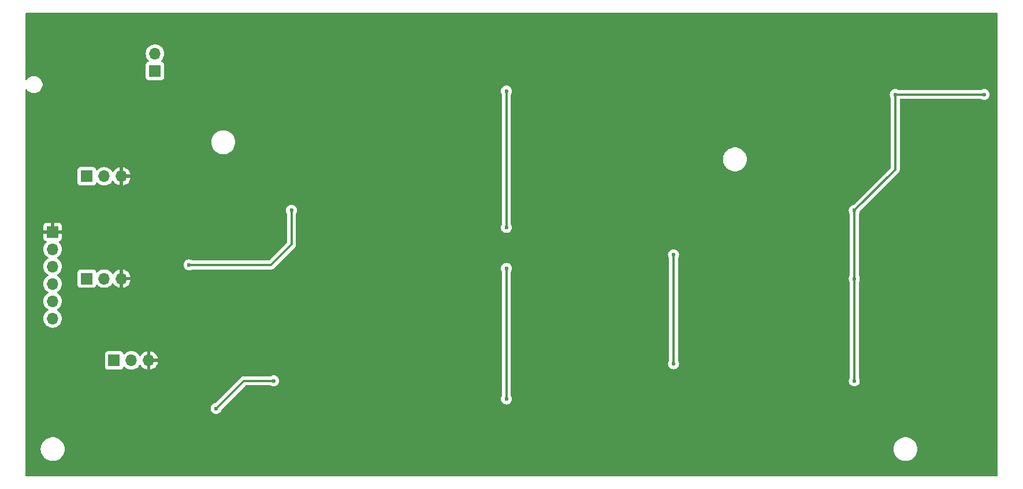
<source format=gbr>
%TF.GenerationSoftware,KiCad,Pcbnew,8.0.5*%
%TF.CreationDate,2024-10-10T20:21:21+02:00*%
%TF.ProjectId,Glasbaustein,476c6173-6261-4757-9374-65696e2e6b69,rev?*%
%TF.SameCoordinates,Original*%
%TF.FileFunction,Copper,L2,Bot*%
%TF.FilePolarity,Positive*%
%FSLAX46Y46*%
G04 Gerber Fmt 4.6, Leading zero omitted, Abs format (unit mm)*
G04 Created by KiCad (PCBNEW 8.0.5) date 2024-10-10 20:21:21*
%MOMM*%
%LPD*%
G01*
G04 APERTURE LIST*
%TA.AperFunction,ComponentPad*%
%ADD10O,1.700000X1.700000*%
%TD*%
%TA.AperFunction,ComponentPad*%
%ADD11R,1.700000X1.700000*%
%TD*%
%TA.AperFunction,ViaPad*%
%ADD12C,0.600000*%
%TD*%
%TA.AperFunction,Conductor*%
%ADD13C,0.300000*%
%TD*%
G04 APERTURE END LIST*
D10*
%TO.P,J6,2,Pin_2*%
%TO.N,Net-(J6-Pin_2)*%
X60000000Y-47000000D03*
D11*
%TO.P,J6,1,Pin_1*%
%TO.N,+12V*%
X60000000Y-49540000D03*
%TD*%
D10*
%TO.P,J2,6,Pin_6*%
%TO.N,PWM_WW1*%
X45000000Y-85850000D03*
%TO.P,J2,5,Pin_5*%
%TO.N,PWM_WW2*%
X45000000Y-83310000D03*
%TO.P,J2,4,Pin_4*%
%TO.N,PWM_RED1*%
X45000000Y-80770000D03*
%TO.P,J2,3,Pin_3*%
%TO.N,unconnected-(J2-Pin_3-Pad3)*%
X45000000Y-78230000D03*
%TO.P,J2,2,Pin_2*%
%TO.N,+12V*%
X45000000Y-75690000D03*
D11*
%TO.P,J2,1,Pin_1*%
%TO.N,GND*%
X45000000Y-73150000D03*
%TD*%
D10*
%TO.P,J5,3,Pin_3*%
%TO.N,GND*%
X55080000Y-80000000D03*
%TO.P,J5,2,Pin_2*%
%TO.N,Net-(D15-K)*%
X52540000Y-80000000D03*
D11*
%TO.P,J5,1,Pin_1*%
%TO.N,PWM_WW2*%
X50000000Y-80000000D03*
%TD*%
D10*
%TO.P,J4,3,Pin_3*%
%TO.N,GND*%
X59080000Y-92000000D03*
%TO.P,J4,2,Pin_2*%
%TO.N,Net-(D14-K)*%
X56540000Y-92000000D03*
D11*
%TO.P,J4,1,Pin_1*%
%TO.N,PWM_WW1*%
X54000000Y-92000000D03*
%TD*%
D10*
%TO.P,J3,3,Pin_3*%
%TO.N,GND*%
X55080000Y-65000000D03*
%TO.P,J3,2,Pin_2*%
%TO.N,Net-(D13-K)*%
X52540000Y-65000000D03*
D11*
%TO.P,J3,1,Pin_1*%
%TO.N,PWM_RED1*%
X50000000Y-65000000D03*
%TD*%
D12*
%TO.N,GND*%
X48056290Y-44088400D03*
X47056290Y-44088400D03*
X46056290Y-44088400D03*
X48056290Y-45088400D03*
X47056290Y-45088400D03*
X48056290Y-59000000D03*
X47056290Y-59000000D03*
X46056290Y-59000000D03*
X48056290Y-58000000D03*
X47056290Y-58000000D03*
%TO.N,Net-(D10-A)*%
X111500000Y-52500000D03*
X111500000Y-78500000D03*
X111500000Y-72500000D03*
X111500000Y-97650000D03*
%TO.N,+12V*%
X162500000Y-95000000D03*
X168500000Y-53000000D03*
X162500000Y-70000000D03*
X181525000Y-53000000D03*
X162500000Y-80000000D03*
%TO.N,GND*%
X46056290Y-45088400D03*
X46056290Y-58000000D03*
%TO.N,LED_WW2*%
X80000000Y-70000000D03*
X65000000Y-78000000D03*
%TO.N,LED_WW1*%
X68950001Y-99049999D03*
X77401450Y-95000000D03*
%TO.N,Net-(D16-A)*%
X136000000Y-92500000D03*
X136000000Y-76500000D03*
%TD*%
D13*
%TO.N,LED_WW1*%
X73000000Y-95000000D02*
X77401450Y-95000000D01*
X68950001Y-99049999D02*
X73000000Y-95000000D01*
%TO.N,Net-(D10-A)*%
X111500000Y-52500000D02*
X111500000Y-72500000D01*
X111500000Y-78500000D02*
X111500000Y-97650000D01*
%TO.N,+12V*%
X162500000Y-70000000D02*
X162500000Y-80000000D01*
X168500000Y-53000000D02*
X181525000Y-53000000D01*
X162500000Y-80000000D02*
X162500000Y-95000000D01*
X168500000Y-53000000D02*
X168500000Y-64000000D01*
X168500000Y-64000000D02*
X162500000Y-70000000D01*
%TO.N,LED_WW2*%
X65000000Y-78000000D02*
X77000000Y-78000000D01*
X77000000Y-78000000D02*
X80000000Y-75000000D01*
X80000000Y-71000000D02*
X80000000Y-70000000D01*
X80000000Y-75000000D02*
X80000000Y-71000000D01*
%TO.N,Net-(D16-A)*%
X136000000Y-92500000D02*
X136000000Y-76500000D01*
%TD*%
%TA.AperFunction,Conductor*%
%TO.N,GND*%
G36*
X183443039Y-41019685D02*
G01*
X183488794Y-41072489D01*
X183500000Y-41124000D01*
X183500000Y-108876000D01*
X183480315Y-108943039D01*
X183427511Y-108988794D01*
X183376000Y-109000000D01*
X41124000Y-109000000D01*
X41056961Y-108980315D01*
X41011206Y-108927511D01*
X41000000Y-108876000D01*
X41000000Y-104999995D01*
X43244592Y-104999995D01*
X43244592Y-105000004D01*
X43264196Y-105261620D01*
X43264197Y-105261625D01*
X43322576Y-105517402D01*
X43322578Y-105517411D01*
X43322580Y-105517416D01*
X43418432Y-105761643D01*
X43549614Y-105988857D01*
X43681736Y-106154533D01*
X43713198Y-106193985D01*
X43894753Y-106362441D01*
X43905521Y-106372433D01*
X44122296Y-106520228D01*
X44122301Y-106520230D01*
X44122302Y-106520231D01*
X44122303Y-106520232D01*
X44247843Y-106580688D01*
X44358673Y-106634061D01*
X44358674Y-106634061D01*
X44358677Y-106634063D01*
X44609385Y-106711396D01*
X44868818Y-106750500D01*
X45131182Y-106750500D01*
X45390615Y-106711396D01*
X45641323Y-106634063D01*
X45877704Y-106520228D01*
X46094479Y-106372433D01*
X46286805Y-106193981D01*
X46450386Y-105988857D01*
X46581568Y-105761643D01*
X46677420Y-105517416D01*
X46735802Y-105261630D01*
X46755408Y-105000000D01*
X46755408Y-104999995D01*
X168244592Y-104999995D01*
X168244592Y-105000004D01*
X168264196Y-105261620D01*
X168264197Y-105261625D01*
X168322576Y-105517402D01*
X168322578Y-105517411D01*
X168322580Y-105517416D01*
X168418432Y-105761643D01*
X168549614Y-105988857D01*
X168681736Y-106154533D01*
X168713198Y-106193985D01*
X168894753Y-106362441D01*
X168905521Y-106372433D01*
X169122296Y-106520228D01*
X169122301Y-106520230D01*
X169122302Y-106520231D01*
X169122303Y-106520232D01*
X169247843Y-106580688D01*
X169358673Y-106634061D01*
X169358674Y-106634061D01*
X169358677Y-106634063D01*
X169609385Y-106711396D01*
X169868818Y-106750500D01*
X170131182Y-106750500D01*
X170390615Y-106711396D01*
X170641323Y-106634063D01*
X170877704Y-106520228D01*
X171094479Y-106372433D01*
X171286805Y-106193981D01*
X171450386Y-105988857D01*
X171581568Y-105761643D01*
X171677420Y-105517416D01*
X171735802Y-105261630D01*
X171755408Y-105000000D01*
X171735802Y-104738370D01*
X171677420Y-104482584D01*
X171581568Y-104238357D01*
X171450386Y-104011143D01*
X171286805Y-103806019D01*
X171286804Y-103806018D01*
X171286801Y-103806014D01*
X171094479Y-103627567D01*
X170877704Y-103479772D01*
X170877700Y-103479770D01*
X170877697Y-103479768D01*
X170877696Y-103479767D01*
X170641325Y-103365938D01*
X170641327Y-103365938D01*
X170390623Y-103288606D01*
X170390619Y-103288605D01*
X170390615Y-103288604D01*
X170265823Y-103269794D01*
X170131187Y-103249500D01*
X170131182Y-103249500D01*
X169868818Y-103249500D01*
X169868812Y-103249500D01*
X169707247Y-103273853D01*
X169609385Y-103288604D01*
X169609382Y-103288605D01*
X169609376Y-103288606D01*
X169358673Y-103365938D01*
X169122303Y-103479767D01*
X169122302Y-103479768D01*
X168905520Y-103627567D01*
X168713198Y-103806014D01*
X168549614Y-104011143D01*
X168418432Y-104238356D01*
X168322582Y-104482578D01*
X168322576Y-104482597D01*
X168264197Y-104738374D01*
X168264196Y-104738379D01*
X168244592Y-104999995D01*
X46755408Y-104999995D01*
X46735802Y-104738370D01*
X46677420Y-104482584D01*
X46581568Y-104238357D01*
X46450386Y-104011143D01*
X46286805Y-103806019D01*
X46286804Y-103806018D01*
X46286801Y-103806014D01*
X46094479Y-103627567D01*
X45877704Y-103479772D01*
X45877700Y-103479770D01*
X45877697Y-103479768D01*
X45877696Y-103479767D01*
X45641325Y-103365938D01*
X45641327Y-103365938D01*
X45390623Y-103288606D01*
X45390619Y-103288605D01*
X45390615Y-103288604D01*
X45265823Y-103269794D01*
X45131187Y-103249500D01*
X45131182Y-103249500D01*
X44868818Y-103249500D01*
X44868812Y-103249500D01*
X44707247Y-103273853D01*
X44609385Y-103288604D01*
X44609382Y-103288605D01*
X44609376Y-103288606D01*
X44358673Y-103365938D01*
X44122303Y-103479767D01*
X44122302Y-103479768D01*
X43905520Y-103627567D01*
X43713198Y-103806014D01*
X43549614Y-104011143D01*
X43418432Y-104238356D01*
X43322582Y-104482578D01*
X43322576Y-104482597D01*
X43264197Y-104738374D01*
X43264196Y-104738379D01*
X43244592Y-104999995D01*
X41000000Y-104999995D01*
X41000000Y-99049995D01*
X68144436Y-99049995D01*
X68144436Y-99050002D01*
X68164631Y-99229248D01*
X68164632Y-99229253D01*
X68224212Y-99399522D01*
X68320185Y-99552261D01*
X68447739Y-99679815D01*
X68600479Y-99775788D01*
X68770746Y-99835367D01*
X68770751Y-99835368D01*
X68949997Y-99855564D01*
X68950001Y-99855564D01*
X68950005Y-99855564D01*
X69129250Y-99835368D01*
X69129253Y-99835367D01*
X69129256Y-99835367D01*
X69299523Y-99775788D01*
X69452263Y-99679815D01*
X69579817Y-99552261D01*
X69675790Y-99399521D01*
X69735369Y-99229254D01*
X69736183Y-99222024D01*
X69763246Y-99157610D01*
X69771713Y-99148231D01*
X73233127Y-95686819D01*
X73294450Y-95653334D01*
X73320808Y-95650500D01*
X76896382Y-95650500D01*
X76962354Y-95669506D01*
X77051927Y-95725789D01*
X77051931Y-95725790D01*
X77222187Y-95785366D01*
X77222193Y-95785367D01*
X77222195Y-95785368D01*
X77222196Y-95785368D01*
X77222200Y-95785369D01*
X77401446Y-95805565D01*
X77401450Y-95805565D01*
X77401454Y-95805565D01*
X77580699Y-95785369D01*
X77580702Y-95785368D01*
X77580705Y-95785368D01*
X77750972Y-95725789D01*
X77903712Y-95629816D01*
X78031266Y-95502262D01*
X78127239Y-95349522D01*
X78186818Y-95179255D01*
X78207015Y-95000000D01*
X78186818Y-94820745D01*
X78127239Y-94650478D01*
X78031266Y-94497738D01*
X77903712Y-94370184D01*
X77840546Y-94330494D01*
X77750973Y-94274211D01*
X77580704Y-94214631D01*
X77580699Y-94214630D01*
X77401454Y-94194435D01*
X77401446Y-94194435D01*
X77222200Y-94214630D01*
X77222187Y-94214633D01*
X77051931Y-94274209D01*
X77051927Y-94274210D01*
X76962354Y-94330494D01*
X76896382Y-94349500D01*
X72935929Y-94349500D01*
X72810261Y-94374497D01*
X72810251Y-94374500D01*
X72779341Y-94387303D01*
X72779342Y-94387304D01*
X72691877Y-94423532D01*
X72691863Y-94423540D01*
X72585332Y-94494721D01*
X72585325Y-94494727D01*
X68851776Y-98228276D01*
X68790453Y-98261761D01*
X68777989Y-98263814D01*
X68770753Y-98264629D01*
X68770745Y-98264631D01*
X68600479Y-98324209D01*
X68447738Y-98420183D01*
X68320185Y-98547736D01*
X68224212Y-98700475D01*
X68164632Y-98870744D01*
X68164631Y-98870749D01*
X68144436Y-99049995D01*
X41000000Y-99049995D01*
X41000000Y-91102135D01*
X52649500Y-91102135D01*
X52649500Y-92897870D01*
X52649501Y-92897876D01*
X52655908Y-92957483D01*
X52706202Y-93092328D01*
X52706206Y-93092335D01*
X52792452Y-93207544D01*
X52792455Y-93207547D01*
X52907664Y-93293793D01*
X52907671Y-93293797D01*
X53042517Y-93344091D01*
X53042516Y-93344091D01*
X53049444Y-93344835D01*
X53102127Y-93350500D01*
X54897872Y-93350499D01*
X54957483Y-93344091D01*
X55092331Y-93293796D01*
X55207546Y-93207546D01*
X55293796Y-93092331D01*
X55342810Y-92960916D01*
X55384681Y-92904984D01*
X55450145Y-92880566D01*
X55518418Y-92895417D01*
X55546673Y-92916569D01*
X55668599Y-93038495D01*
X55765384Y-93106265D01*
X55862165Y-93174032D01*
X55862167Y-93174033D01*
X55862170Y-93174035D01*
X56076337Y-93273903D01*
X56304592Y-93335063D01*
X56481034Y-93350500D01*
X56539999Y-93355659D01*
X56540000Y-93355659D01*
X56540001Y-93355659D01*
X56598966Y-93350500D01*
X56775408Y-93335063D01*
X57003663Y-93273903D01*
X57217830Y-93174035D01*
X57411401Y-93038495D01*
X57578495Y-92871401D01*
X57708730Y-92685405D01*
X57763307Y-92641781D01*
X57832805Y-92634587D01*
X57895160Y-92666110D01*
X57911879Y-92685405D01*
X58041890Y-92871078D01*
X58208917Y-93038105D01*
X58402421Y-93173600D01*
X58616507Y-93273429D01*
X58616516Y-93273433D01*
X58830000Y-93330634D01*
X58830000Y-92433012D01*
X58887007Y-92465925D01*
X59014174Y-92500000D01*
X59145826Y-92500000D01*
X59272993Y-92465925D01*
X59330000Y-92433012D01*
X59330000Y-93330633D01*
X59543483Y-93273433D01*
X59543492Y-93273429D01*
X59757578Y-93173600D01*
X59951082Y-93038105D01*
X60118105Y-92871082D01*
X60253600Y-92677578D01*
X60353429Y-92463492D01*
X60353432Y-92463486D01*
X60410636Y-92250000D01*
X59513012Y-92250000D01*
X59545925Y-92192993D01*
X59580000Y-92065826D01*
X59580000Y-91934174D01*
X59545925Y-91807007D01*
X59513012Y-91750000D01*
X60410636Y-91750000D01*
X60410635Y-91749999D01*
X60353432Y-91536513D01*
X60353429Y-91536507D01*
X60253600Y-91322422D01*
X60253599Y-91322420D01*
X60118113Y-91128926D01*
X60118108Y-91128920D01*
X59951082Y-90961894D01*
X59757578Y-90826399D01*
X59543492Y-90726570D01*
X59543486Y-90726567D01*
X59330000Y-90669364D01*
X59330000Y-91566988D01*
X59272993Y-91534075D01*
X59145826Y-91500000D01*
X59014174Y-91500000D01*
X58887007Y-91534075D01*
X58830000Y-91566988D01*
X58830000Y-90669364D01*
X58829999Y-90669364D01*
X58616513Y-90726567D01*
X58616507Y-90726570D01*
X58402422Y-90826399D01*
X58402420Y-90826400D01*
X58208926Y-90961886D01*
X58208920Y-90961891D01*
X58041891Y-91128920D01*
X58041890Y-91128922D01*
X57911880Y-91314595D01*
X57857303Y-91358219D01*
X57787804Y-91365412D01*
X57725450Y-91333890D01*
X57708730Y-91314594D01*
X57578494Y-91128597D01*
X57411402Y-90961506D01*
X57411395Y-90961501D01*
X57217834Y-90825967D01*
X57217830Y-90825965D01*
X57217828Y-90825964D01*
X57003663Y-90726097D01*
X57003659Y-90726096D01*
X57003655Y-90726094D01*
X56775413Y-90664938D01*
X56775403Y-90664936D01*
X56540001Y-90644341D01*
X56539999Y-90644341D01*
X56304596Y-90664936D01*
X56304586Y-90664938D01*
X56076344Y-90726094D01*
X56076335Y-90726098D01*
X55862171Y-90825964D01*
X55862169Y-90825965D01*
X55668600Y-90961503D01*
X55546673Y-91083430D01*
X55485350Y-91116914D01*
X55415658Y-91111930D01*
X55359725Y-91070058D01*
X55342810Y-91039081D01*
X55293797Y-90907671D01*
X55293793Y-90907664D01*
X55207547Y-90792455D01*
X55207544Y-90792452D01*
X55092335Y-90706206D01*
X55092328Y-90706202D01*
X54957482Y-90655908D01*
X54957483Y-90655908D01*
X54897883Y-90649501D01*
X54897881Y-90649500D01*
X54897873Y-90649500D01*
X54897864Y-90649500D01*
X53102129Y-90649500D01*
X53102123Y-90649501D01*
X53042516Y-90655908D01*
X52907671Y-90706202D01*
X52907664Y-90706206D01*
X52792455Y-90792452D01*
X52792452Y-90792455D01*
X52706206Y-90907664D01*
X52706202Y-90907671D01*
X52655908Y-91042517D01*
X52649501Y-91102116D01*
X52649500Y-91102135D01*
X41000000Y-91102135D01*
X41000000Y-75689999D01*
X43644341Y-75689999D01*
X43644341Y-75690000D01*
X43664936Y-75925403D01*
X43664938Y-75925413D01*
X43726094Y-76153655D01*
X43726096Y-76153659D01*
X43726097Y-76153663D01*
X43804009Y-76320745D01*
X43825965Y-76367830D01*
X43825967Y-76367834D01*
X43961501Y-76561395D01*
X43961506Y-76561402D01*
X44128597Y-76728493D01*
X44128603Y-76728498D01*
X44314158Y-76858425D01*
X44357783Y-76913002D01*
X44364977Y-76982500D01*
X44333454Y-77044855D01*
X44314158Y-77061575D01*
X44128597Y-77191505D01*
X43961505Y-77358597D01*
X43825965Y-77552169D01*
X43825964Y-77552171D01*
X43726098Y-77766335D01*
X43726094Y-77766344D01*
X43664938Y-77994586D01*
X43664936Y-77994596D01*
X43644341Y-78229999D01*
X43644341Y-78230000D01*
X43664936Y-78465403D01*
X43664938Y-78465413D01*
X43726094Y-78693655D01*
X43726096Y-78693659D01*
X43726097Y-78693663D01*
X43825888Y-78907664D01*
X43825965Y-78907830D01*
X43825967Y-78907834D01*
X43961501Y-79101395D01*
X43961506Y-79101402D01*
X44128597Y-79268493D01*
X44128603Y-79268498D01*
X44314158Y-79398425D01*
X44357783Y-79453002D01*
X44364977Y-79522500D01*
X44333454Y-79584855D01*
X44314158Y-79601575D01*
X44128597Y-79731505D01*
X43961505Y-79898597D01*
X43825965Y-80092169D01*
X43825964Y-80092171D01*
X43726098Y-80306335D01*
X43726094Y-80306344D01*
X43664938Y-80534586D01*
X43664936Y-80534596D01*
X43644341Y-80769999D01*
X43644341Y-80770000D01*
X43664936Y-81005403D01*
X43664938Y-81005413D01*
X43726094Y-81233655D01*
X43726096Y-81233659D01*
X43726097Y-81233663D01*
X43773380Y-81335061D01*
X43825965Y-81447830D01*
X43825967Y-81447834D01*
X43961501Y-81641395D01*
X43961506Y-81641402D01*
X44128597Y-81808493D01*
X44128603Y-81808498D01*
X44314158Y-81938425D01*
X44357783Y-81993002D01*
X44364977Y-82062500D01*
X44333454Y-82124855D01*
X44314158Y-82141575D01*
X44128597Y-82271505D01*
X43961505Y-82438597D01*
X43825965Y-82632169D01*
X43825964Y-82632171D01*
X43726098Y-82846335D01*
X43726094Y-82846344D01*
X43664938Y-83074586D01*
X43664936Y-83074596D01*
X43644341Y-83309999D01*
X43644341Y-83310000D01*
X43664936Y-83545403D01*
X43664938Y-83545413D01*
X43726094Y-83773655D01*
X43726096Y-83773659D01*
X43726097Y-83773663D01*
X43825965Y-83987830D01*
X43825967Y-83987834D01*
X43961501Y-84181395D01*
X43961506Y-84181402D01*
X44128597Y-84348493D01*
X44128603Y-84348498D01*
X44314158Y-84478425D01*
X44357783Y-84533002D01*
X44364977Y-84602500D01*
X44333454Y-84664855D01*
X44314158Y-84681575D01*
X44128597Y-84811505D01*
X43961505Y-84978597D01*
X43825965Y-85172169D01*
X43825964Y-85172171D01*
X43726098Y-85386335D01*
X43726094Y-85386344D01*
X43664938Y-85614586D01*
X43664936Y-85614596D01*
X43644341Y-85849999D01*
X43644341Y-85850000D01*
X43664936Y-86085403D01*
X43664938Y-86085413D01*
X43726094Y-86313655D01*
X43726096Y-86313659D01*
X43726097Y-86313663D01*
X43825965Y-86527830D01*
X43825967Y-86527834D01*
X43934281Y-86682521D01*
X43961505Y-86721401D01*
X44128599Y-86888495D01*
X44225384Y-86956265D01*
X44322165Y-87024032D01*
X44322167Y-87024033D01*
X44322170Y-87024035D01*
X44536337Y-87123903D01*
X44764592Y-87185063D01*
X44952918Y-87201539D01*
X44999999Y-87205659D01*
X45000000Y-87205659D01*
X45000001Y-87205659D01*
X45039234Y-87202226D01*
X45235408Y-87185063D01*
X45463663Y-87123903D01*
X45677830Y-87024035D01*
X45871401Y-86888495D01*
X46038495Y-86721401D01*
X46174035Y-86527830D01*
X46273903Y-86313663D01*
X46335063Y-86085408D01*
X46355659Y-85850000D01*
X46335063Y-85614592D01*
X46273903Y-85386337D01*
X46174035Y-85172171D01*
X46038495Y-84978599D01*
X46038494Y-84978597D01*
X45871402Y-84811506D01*
X45871396Y-84811501D01*
X45685842Y-84681575D01*
X45642217Y-84626998D01*
X45635023Y-84557500D01*
X45666546Y-84495145D01*
X45685842Y-84478425D01*
X45708026Y-84462891D01*
X45871401Y-84348495D01*
X46038495Y-84181401D01*
X46174035Y-83987830D01*
X46273903Y-83773663D01*
X46335063Y-83545408D01*
X46355659Y-83310000D01*
X46335063Y-83074592D01*
X46273903Y-82846337D01*
X46174035Y-82632171D01*
X46038495Y-82438599D01*
X46038494Y-82438597D01*
X45871402Y-82271506D01*
X45871396Y-82271501D01*
X45685842Y-82141575D01*
X45642217Y-82086998D01*
X45635023Y-82017500D01*
X45666546Y-81955145D01*
X45685842Y-81938425D01*
X45708026Y-81922891D01*
X45871401Y-81808495D01*
X46038495Y-81641401D01*
X46174035Y-81447830D01*
X46273903Y-81233663D01*
X46335063Y-81005408D01*
X46355659Y-80770000D01*
X46335063Y-80534592D01*
X46273903Y-80306337D01*
X46174035Y-80092171D01*
X46155589Y-80065826D01*
X46038494Y-79898597D01*
X45871402Y-79731506D01*
X45871396Y-79731501D01*
X45685842Y-79601575D01*
X45642217Y-79546998D01*
X45635023Y-79477500D01*
X45666546Y-79415145D01*
X45685842Y-79398425D01*
X45794388Y-79322420D01*
X45871401Y-79268495D01*
X46037761Y-79102135D01*
X48649500Y-79102135D01*
X48649500Y-80897870D01*
X48649501Y-80897876D01*
X48655908Y-80957483D01*
X48706202Y-81092328D01*
X48706206Y-81092335D01*
X48792452Y-81207544D01*
X48792455Y-81207547D01*
X48907664Y-81293793D01*
X48907671Y-81293797D01*
X49042517Y-81344091D01*
X49042516Y-81344091D01*
X49049444Y-81344835D01*
X49102127Y-81350500D01*
X50897872Y-81350499D01*
X50957483Y-81344091D01*
X51092331Y-81293796D01*
X51207546Y-81207546D01*
X51293796Y-81092331D01*
X51342810Y-80960916D01*
X51384681Y-80904984D01*
X51450145Y-80880566D01*
X51518418Y-80895417D01*
X51546673Y-80916569D01*
X51668599Y-81038495D01*
X51765384Y-81106265D01*
X51862165Y-81174032D01*
X51862167Y-81174033D01*
X51862170Y-81174035D01*
X52076337Y-81273903D01*
X52304592Y-81335063D01*
X52481034Y-81350500D01*
X52539999Y-81355659D01*
X52540000Y-81355659D01*
X52540001Y-81355659D01*
X52598966Y-81350500D01*
X52775408Y-81335063D01*
X53003663Y-81273903D01*
X53217830Y-81174035D01*
X53411401Y-81038495D01*
X53578495Y-80871401D01*
X53708730Y-80685405D01*
X53763307Y-80641781D01*
X53832805Y-80634587D01*
X53895160Y-80666110D01*
X53911879Y-80685405D01*
X54041890Y-80871078D01*
X54208917Y-81038105D01*
X54402421Y-81173600D01*
X54616507Y-81273429D01*
X54616516Y-81273433D01*
X54830000Y-81330634D01*
X54830000Y-80433012D01*
X54887007Y-80465925D01*
X55014174Y-80500000D01*
X55145826Y-80500000D01*
X55272993Y-80465925D01*
X55330000Y-80433012D01*
X55330000Y-81330633D01*
X55543483Y-81273433D01*
X55543492Y-81273429D01*
X55757578Y-81173600D01*
X55951082Y-81038105D01*
X56118105Y-80871082D01*
X56253600Y-80677578D01*
X56353429Y-80463492D01*
X56353432Y-80463486D01*
X56410636Y-80250000D01*
X55513012Y-80250000D01*
X55545925Y-80192993D01*
X55580000Y-80065826D01*
X55580000Y-79934174D01*
X55545925Y-79807007D01*
X55513012Y-79750000D01*
X56410636Y-79750000D01*
X56410635Y-79749999D01*
X56353432Y-79536513D01*
X56353429Y-79536507D01*
X56253600Y-79322422D01*
X56253599Y-79322420D01*
X56118113Y-79128926D01*
X56118108Y-79128920D01*
X55951082Y-78961894D01*
X55757578Y-78826399D01*
X55543492Y-78726570D01*
X55543486Y-78726567D01*
X55330000Y-78669364D01*
X55330000Y-79566988D01*
X55272993Y-79534075D01*
X55145826Y-79500000D01*
X55014174Y-79500000D01*
X54887007Y-79534075D01*
X54830000Y-79566988D01*
X54830000Y-78669364D01*
X54829999Y-78669364D01*
X54616513Y-78726567D01*
X54616507Y-78726570D01*
X54402422Y-78826399D01*
X54402420Y-78826400D01*
X54208926Y-78961886D01*
X54208920Y-78961891D01*
X54041891Y-79128920D01*
X54041890Y-79128922D01*
X53911880Y-79314595D01*
X53857303Y-79358219D01*
X53787804Y-79365412D01*
X53725450Y-79333890D01*
X53708730Y-79314594D01*
X53578494Y-79128597D01*
X53411402Y-78961506D01*
X53411395Y-78961501D01*
X53217834Y-78825967D01*
X53217830Y-78825965D01*
X53174082Y-78805565D01*
X53003663Y-78726097D01*
X53003659Y-78726096D01*
X53003655Y-78726094D01*
X52775413Y-78664938D01*
X52775403Y-78664936D01*
X52540001Y-78644341D01*
X52539999Y-78644341D01*
X52304596Y-78664936D01*
X52304586Y-78664938D01*
X52076344Y-78726094D01*
X52076335Y-78726098D01*
X51862171Y-78825964D01*
X51862169Y-78825965D01*
X51668600Y-78961503D01*
X51546673Y-79083430D01*
X51485350Y-79116914D01*
X51415658Y-79111930D01*
X51359725Y-79070058D01*
X51342810Y-79039081D01*
X51293797Y-78907671D01*
X51293793Y-78907664D01*
X51207547Y-78792455D01*
X51207544Y-78792452D01*
X51092335Y-78706206D01*
X51092328Y-78706202D01*
X50957482Y-78655908D01*
X50957483Y-78655908D01*
X50897883Y-78649501D01*
X50897881Y-78649500D01*
X50897873Y-78649500D01*
X50897864Y-78649500D01*
X49102129Y-78649500D01*
X49102123Y-78649501D01*
X49042516Y-78655908D01*
X48907671Y-78706202D01*
X48907664Y-78706206D01*
X48792455Y-78792452D01*
X48792452Y-78792455D01*
X48706206Y-78907664D01*
X48706202Y-78907671D01*
X48655908Y-79042517D01*
X48649501Y-79102116D01*
X48649500Y-79102135D01*
X46037761Y-79102135D01*
X46038495Y-79101401D01*
X46174035Y-78907830D01*
X46273903Y-78693663D01*
X46335063Y-78465408D01*
X46355659Y-78230000D01*
X46335536Y-77999996D01*
X64194435Y-77999996D01*
X64194435Y-78000003D01*
X64214630Y-78179249D01*
X64214631Y-78179254D01*
X64274211Y-78349523D01*
X64347024Y-78465403D01*
X64370184Y-78502262D01*
X64497738Y-78629816D01*
X64560678Y-78669364D01*
X64619308Y-78706204D01*
X64650478Y-78725789D01*
X64820739Y-78785366D01*
X64820745Y-78785368D01*
X64820750Y-78785369D01*
X64999996Y-78805565D01*
X65000000Y-78805565D01*
X65000004Y-78805565D01*
X65179249Y-78785369D01*
X65179251Y-78785368D01*
X65179255Y-78785368D01*
X65179258Y-78785366D01*
X65179262Y-78785366D01*
X65269377Y-78753832D01*
X65349522Y-78725789D01*
X65439096Y-78669505D01*
X65505068Y-78650500D01*
X77064071Y-78650500D01*
X77148615Y-78633682D01*
X77189744Y-78625501D01*
X77308127Y-78576465D01*
X77414669Y-78505277D01*
X77419950Y-78499996D01*
X110694435Y-78499996D01*
X110694435Y-78500003D01*
X110714630Y-78679249D01*
X110714631Y-78679254D01*
X110774211Y-78849524D01*
X110830493Y-78939094D01*
X110849500Y-79005067D01*
X110849500Y-97144931D01*
X110830494Y-97210903D01*
X110774211Y-97300477D01*
X110774209Y-97300481D01*
X110714633Y-97470737D01*
X110714630Y-97470750D01*
X110694435Y-97649996D01*
X110694435Y-97650003D01*
X110714630Y-97829249D01*
X110714631Y-97829254D01*
X110774211Y-97999523D01*
X110870184Y-98152262D01*
X110997738Y-98279816D01*
X111150478Y-98375789D01*
X111277349Y-98420183D01*
X111320745Y-98435368D01*
X111320750Y-98435369D01*
X111499996Y-98455565D01*
X111500000Y-98455565D01*
X111500004Y-98455565D01*
X111679249Y-98435369D01*
X111679252Y-98435368D01*
X111679255Y-98435368D01*
X111849522Y-98375789D01*
X112002262Y-98279816D01*
X112129816Y-98152262D01*
X112225789Y-97999522D01*
X112285368Y-97829255D01*
X112305565Y-97650000D01*
X112285368Y-97470745D01*
X112285367Y-97470743D01*
X112285366Y-97470737D01*
X112225790Y-97300481D01*
X112225789Y-97300478D01*
X112204008Y-97265814D01*
X112169506Y-97210903D01*
X112150500Y-97144931D01*
X112150500Y-79005067D01*
X112169507Y-78939094D01*
X112225788Y-78849524D01*
X112225789Y-78849522D01*
X112285368Y-78679255D01*
X112285369Y-78679249D01*
X112305565Y-78500003D01*
X112305565Y-78499996D01*
X112285369Y-78320750D01*
X112285368Y-78320745D01*
X112253615Y-78230000D01*
X112225789Y-78150478D01*
X112129816Y-77997738D01*
X112002262Y-77870184D01*
X111849523Y-77774211D01*
X111679254Y-77714631D01*
X111679249Y-77714630D01*
X111500004Y-77694435D01*
X111499996Y-77694435D01*
X111320750Y-77714630D01*
X111320745Y-77714631D01*
X111150476Y-77774211D01*
X110997737Y-77870184D01*
X110870184Y-77997737D01*
X110774211Y-78150476D01*
X110714631Y-78320745D01*
X110714630Y-78320750D01*
X110694435Y-78499996D01*
X77419950Y-78499996D01*
X79419950Y-76499996D01*
X135194435Y-76499996D01*
X135194435Y-76500003D01*
X135214630Y-76679249D01*
X135214631Y-76679254D01*
X135274211Y-76849524D01*
X135330493Y-76939094D01*
X135349500Y-77005067D01*
X135349500Y-91994931D01*
X135330494Y-92060903D01*
X135274211Y-92150477D01*
X135274209Y-92150481D01*
X135214633Y-92320737D01*
X135214630Y-92320750D01*
X135194435Y-92499996D01*
X135194435Y-92500003D01*
X135214630Y-92679249D01*
X135214631Y-92679254D01*
X135274211Y-92849523D01*
X135309060Y-92904984D01*
X135370184Y-93002262D01*
X135497738Y-93129816D01*
X135650478Y-93225789D01*
X135786625Y-93273429D01*
X135820745Y-93285368D01*
X135820750Y-93285369D01*
X135999996Y-93305565D01*
X136000000Y-93305565D01*
X136000004Y-93305565D01*
X136179249Y-93285369D01*
X136179252Y-93285368D01*
X136179255Y-93285368D01*
X136349522Y-93225789D01*
X136502262Y-93129816D01*
X136629816Y-93002262D01*
X136725789Y-92849522D01*
X136785368Y-92679255D01*
X136786849Y-92666110D01*
X136805565Y-92500003D01*
X136805565Y-92499996D01*
X136785369Y-92320750D01*
X136785366Y-92320737D01*
X136725790Y-92150481D01*
X136725789Y-92150478D01*
X136672599Y-92065826D01*
X136669506Y-92060903D01*
X136650500Y-91994931D01*
X136650500Y-77005067D01*
X136669507Y-76939094D01*
X136725788Y-76849524D01*
X136785368Y-76679254D01*
X136785369Y-76679249D01*
X136805565Y-76500003D01*
X136805565Y-76499996D01*
X136785369Y-76320750D01*
X136785368Y-76320745D01*
X136726903Y-76153663D01*
X136725789Y-76150478D01*
X136629816Y-75997738D01*
X136502262Y-75870184D01*
X136349523Y-75774211D01*
X136179254Y-75714631D01*
X136179249Y-75714630D01*
X136000004Y-75694435D01*
X135999996Y-75694435D01*
X135820750Y-75714630D01*
X135820745Y-75714631D01*
X135650476Y-75774211D01*
X135497737Y-75870184D01*
X135370184Y-75997737D01*
X135274211Y-76150476D01*
X135214631Y-76320745D01*
X135214630Y-76320750D01*
X135194435Y-76499996D01*
X79419950Y-76499996D01*
X80505277Y-75414669D01*
X80576465Y-75308127D01*
X80625501Y-75189744D01*
X80650500Y-75064069D01*
X80650500Y-70935931D01*
X80650500Y-70505067D01*
X80669507Y-70439094D01*
X80725788Y-70349524D01*
X80785368Y-70179254D01*
X80785369Y-70179249D01*
X80805565Y-70000003D01*
X80805565Y-69999996D01*
X80785369Y-69820750D01*
X80785368Y-69820745D01*
X80725788Y-69650476D01*
X80629815Y-69497737D01*
X80502262Y-69370184D01*
X80349523Y-69274211D01*
X80179254Y-69214631D01*
X80179249Y-69214630D01*
X80000004Y-69194435D01*
X79999996Y-69194435D01*
X79820750Y-69214630D01*
X79820745Y-69214631D01*
X79650476Y-69274211D01*
X79497737Y-69370184D01*
X79370184Y-69497737D01*
X79274211Y-69650476D01*
X79214631Y-69820745D01*
X79214630Y-69820750D01*
X79194435Y-69999996D01*
X79194435Y-70000003D01*
X79214630Y-70179249D01*
X79214631Y-70179254D01*
X79274211Y-70349524D01*
X79330493Y-70439094D01*
X79349500Y-70505067D01*
X79349500Y-74679192D01*
X79329815Y-74746231D01*
X79313181Y-74766873D01*
X76766873Y-77313181D01*
X76705550Y-77346666D01*
X76679192Y-77349500D01*
X65505068Y-77349500D01*
X65439096Y-77330494D01*
X65349522Y-77274210D01*
X65349518Y-77274209D01*
X65179262Y-77214633D01*
X65179249Y-77214630D01*
X65000004Y-77194435D01*
X64999996Y-77194435D01*
X64820750Y-77214630D01*
X64820745Y-77214631D01*
X64650476Y-77274211D01*
X64497737Y-77370184D01*
X64370184Y-77497737D01*
X64274211Y-77650476D01*
X64214631Y-77820745D01*
X64214630Y-77820750D01*
X64194435Y-77999996D01*
X46335536Y-77999996D01*
X46335063Y-77994592D01*
X46273903Y-77766337D01*
X46174035Y-77552171D01*
X46038495Y-77358599D01*
X46038494Y-77358597D01*
X45871402Y-77191506D01*
X45871396Y-77191501D01*
X45685842Y-77061575D01*
X45642217Y-77006998D01*
X45635023Y-76937500D01*
X45666546Y-76875145D01*
X45685842Y-76858425D01*
X45708026Y-76842891D01*
X45871401Y-76728495D01*
X46038495Y-76561401D01*
X46174035Y-76367830D01*
X46273903Y-76153663D01*
X46335063Y-75925408D01*
X46355659Y-75690000D01*
X46335063Y-75454592D01*
X46273903Y-75226337D01*
X46174035Y-75012171D01*
X46038495Y-74818599D01*
X45916179Y-74696283D01*
X45882696Y-74634963D01*
X45887680Y-74565271D01*
X45929551Y-74509337D01*
X45960529Y-74492422D01*
X46092086Y-74443354D01*
X46092093Y-74443350D01*
X46207187Y-74357190D01*
X46207190Y-74357187D01*
X46293350Y-74242093D01*
X46293354Y-74242086D01*
X46343596Y-74107379D01*
X46343598Y-74107372D01*
X46349999Y-74047844D01*
X46350000Y-74047827D01*
X46350000Y-73400000D01*
X45433012Y-73400000D01*
X45465925Y-73342993D01*
X45500000Y-73215826D01*
X45500000Y-73084174D01*
X45465925Y-72957007D01*
X45433012Y-72900000D01*
X46350000Y-72900000D01*
X46350000Y-72252172D01*
X46349999Y-72252155D01*
X46343598Y-72192627D01*
X46343596Y-72192620D01*
X46293354Y-72057913D01*
X46293350Y-72057906D01*
X46207190Y-71942812D01*
X46207187Y-71942809D01*
X46092093Y-71856649D01*
X46092086Y-71856645D01*
X45957379Y-71806403D01*
X45957372Y-71806401D01*
X45897844Y-71800000D01*
X45250000Y-71800000D01*
X45250000Y-72716988D01*
X45192993Y-72684075D01*
X45065826Y-72650000D01*
X44934174Y-72650000D01*
X44807007Y-72684075D01*
X44750000Y-72716988D01*
X44750000Y-71800000D01*
X44102155Y-71800000D01*
X44042627Y-71806401D01*
X44042620Y-71806403D01*
X43907913Y-71856645D01*
X43907906Y-71856649D01*
X43792812Y-71942809D01*
X43792809Y-71942812D01*
X43706649Y-72057906D01*
X43706645Y-72057913D01*
X43656403Y-72192620D01*
X43656401Y-72192627D01*
X43650000Y-72252155D01*
X43650000Y-72900000D01*
X44566988Y-72900000D01*
X44534075Y-72957007D01*
X44500000Y-73084174D01*
X44500000Y-73215826D01*
X44534075Y-73342993D01*
X44566988Y-73400000D01*
X43650000Y-73400000D01*
X43650000Y-74047844D01*
X43656401Y-74107372D01*
X43656403Y-74107379D01*
X43706645Y-74242086D01*
X43706649Y-74242093D01*
X43792809Y-74357187D01*
X43792812Y-74357190D01*
X43907906Y-74443350D01*
X43907913Y-74443354D01*
X44039470Y-74492421D01*
X44095403Y-74534292D01*
X44119821Y-74599756D01*
X44104970Y-74668029D01*
X44083819Y-74696284D01*
X43961503Y-74818600D01*
X43825965Y-75012169D01*
X43825964Y-75012171D01*
X43726098Y-75226335D01*
X43726094Y-75226344D01*
X43664938Y-75454586D01*
X43664936Y-75454596D01*
X43644341Y-75689999D01*
X41000000Y-75689999D01*
X41000000Y-64102135D01*
X48649500Y-64102135D01*
X48649500Y-65897870D01*
X48649501Y-65897876D01*
X48655908Y-65957483D01*
X48706202Y-66092328D01*
X48706206Y-66092335D01*
X48792452Y-66207544D01*
X48792455Y-66207547D01*
X48907664Y-66293793D01*
X48907671Y-66293797D01*
X49042517Y-66344091D01*
X49042516Y-66344091D01*
X49049444Y-66344835D01*
X49102127Y-66350500D01*
X50897872Y-66350499D01*
X50957483Y-66344091D01*
X51092331Y-66293796D01*
X51207546Y-66207546D01*
X51293796Y-66092331D01*
X51342810Y-65960916D01*
X51384681Y-65904984D01*
X51450145Y-65880566D01*
X51518418Y-65895417D01*
X51546673Y-65916569D01*
X51668599Y-66038495D01*
X51765384Y-66106265D01*
X51862165Y-66174032D01*
X51862167Y-66174033D01*
X51862170Y-66174035D01*
X52076337Y-66273903D01*
X52304592Y-66335063D01*
X52481034Y-66350500D01*
X52539999Y-66355659D01*
X52540000Y-66355659D01*
X52540001Y-66355659D01*
X52598966Y-66350500D01*
X52775408Y-66335063D01*
X53003663Y-66273903D01*
X53217830Y-66174035D01*
X53411401Y-66038495D01*
X53578495Y-65871401D01*
X53708730Y-65685405D01*
X53763307Y-65641781D01*
X53832805Y-65634587D01*
X53895160Y-65666110D01*
X53911879Y-65685405D01*
X54041890Y-65871078D01*
X54208917Y-66038105D01*
X54402421Y-66173600D01*
X54616507Y-66273429D01*
X54616516Y-66273433D01*
X54830000Y-66330634D01*
X54830000Y-65433012D01*
X54887007Y-65465925D01*
X55014174Y-65500000D01*
X55145826Y-65500000D01*
X55272993Y-65465925D01*
X55330000Y-65433012D01*
X55330000Y-66330633D01*
X55543483Y-66273433D01*
X55543492Y-66273429D01*
X55757578Y-66173600D01*
X55951082Y-66038105D01*
X56118105Y-65871082D01*
X56253600Y-65677578D01*
X56353429Y-65463492D01*
X56353432Y-65463486D01*
X56410636Y-65250000D01*
X55513012Y-65250000D01*
X55545925Y-65192993D01*
X55580000Y-65065826D01*
X55580000Y-64934174D01*
X55545925Y-64807007D01*
X55513012Y-64750000D01*
X56410636Y-64750000D01*
X56410635Y-64749999D01*
X56353432Y-64536513D01*
X56353429Y-64536507D01*
X56253600Y-64322422D01*
X56253599Y-64322420D01*
X56118113Y-64128926D01*
X56118108Y-64128920D01*
X55951082Y-63961894D01*
X55757578Y-63826399D01*
X55543492Y-63726570D01*
X55543486Y-63726567D01*
X55330000Y-63669364D01*
X55330000Y-64566988D01*
X55272993Y-64534075D01*
X55145826Y-64500000D01*
X55014174Y-64500000D01*
X54887007Y-64534075D01*
X54830000Y-64566988D01*
X54830000Y-63669364D01*
X54829999Y-63669364D01*
X54616513Y-63726567D01*
X54616507Y-63726570D01*
X54402422Y-63826399D01*
X54402420Y-63826400D01*
X54208926Y-63961886D01*
X54208920Y-63961891D01*
X54041891Y-64128920D01*
X54041890Y-64128922D01*
X53911880Y-64314595D01*
X53857303Y-64358219D01*
X53787804Y-64365412D01*
X53725450Y-64333890D01*
X53708730Y-64314594D01*
X53578494Y-64128597D01*
X53411402Y-63961506D01*
X53411395Y-63961501D01*
X53217834Y-63825967D01*
X53217830Y-63825965D01*
X53217828Y-63825964D01*
X53003663Y-63726097D01*
X53003659Y-63726096D01*
X53003655Y-63726094D01*
X52775413Y-63664938D01*
X52775403Y-63664936D01*
X52540001Y-63644341D01*
X52539999Y-63644341D01*
X52304596Y-63664936D01*
X52304586Y-63664938D01*
X52076344Y-63726094D01*
X52076335Y-63726098D01*
X51862171Y-63825964D01*
X51862169Y-63825965D01*
X51668600Y-63961503D01*
X51546673Y-64083430D01*
X51485350Y-64116914D01*
X51415658Y-64111930D01*
X51359725Y-64070058D01*
X51342810Y-64039081D01*
X51293797Y-63907671D01*
X51293793Y-63907664D01*
X51207547Y-63792455D01*
X51207544Y-63792452D01*
X51092335Y-63706206D01*
X51092328Y-63706202D01*
X50957482Y-63655908D01*
X50957483Y-63655908D01*
X50897883Y-63649501D01*
X50897881Y-63649500D01*
X50897873Y-63649500D01*
X50897864Y-63649500D01*
X49102129Y-63649500D01*
X49102123Y-63649501D01*
X49042516Y-63655908D01*
X48907671Y-63706202D01*
X48907664Y-63706206D01*
X48792455Y-63792452D01*
X48792452Y-63792455D01*
X48706206Y-63907664D01*
X48706202Y-63907671D01*
X48655908Y-64042517D01*
X48649501Y-64102116D01*
X48649500Y-64102135D01*
X41000000Y-64102135D01*
X41000000Y-59999995D01*
X68244592Y-59999995D01*
X68244592Y-60000004D01*
X68264196Y-60261620D01*
X68264197Y-60261625D01*
X68322576Y-60517402D01*
X68322578Y-60517411D01*
X68322580Y-60517416D01*
X68418432Y-60761643D01*
X68549614Y-60988857D01*
X68660232Y-61127567D01*
X68713198Y-61193985D01*
X68894753Y-61362441D01*
X68905521Y-61372433D01*
X69122296Y-61520228D01*
X69122301Y-61520230D01*
X69122302Y-61520231D01*
X69122303Y-61520232D01*
X69247843Y-61580688D01*
X69358673Y-61634061D01*
X69358674Y-61634061D01*
X69358677Y-61634063D01*
X69609385Y-61711396D01*
X69868818Y-61750500D01*
X70131182Y-61750500D01*
X70390615Y-61711396D01*
X70641323Y-61634063D01*
X70877704Y-61520228D01*
X71094479Y-61372433D01*
X71286805Y-61193981D01*
X71450386Y-60988857D01*
X71581568Y-60761643D01*
X71677420Y-60517416D01*
X71735802Y-60261630D01*
X71755408Y-60000000D01*
X71735802Y-59738370D01*
X71677420Y-59482584D01*
X71581568Y-59238357D01*
X71450386Y-59011143D01*
X71286805Y-58806019D01*
X71286804Y-58806018D01*
X71286801Y-58806014D01*
X71094479Y-58627567D01*
X70877704Y-58479772D01*
X70877700Y-58479770D01*
X70877697Y-58479768D01*
X70877696Y-58479767D01*
X70641325Y-58365938D01*
X70641327Y-58365938D01*
X70390623Y-58288606D01*
X70390619Y-58288605D01*
X70390615Y-58288604D01*
X70265823Y-58269794D01*
X70131187Y-58249500D01*
X70131182Y-58249500D01*
X69868818Y-58249500D01*
X69868812Y-58249500D01*
X69707247Y-58273853D01*
X69609385Y-58288604D01*
X69609382Y-58288605D01*
X69609376Y-58288606D01*
X69358673Y-58365938D01*
X69122303Y-58479767D01*
X69122302Y-58479768D01*
X68905520Y-58627567D01*
X68713198Y-58806014D01*
X68549614Y-59011143D01*
X68418432Y-59238356D01*
X68322582Y-59482578D01*
X68322576Y-59482597D01*
X68264197Y-59738374D01*
X68264196Y-59738379D01*
X68244592Y-59999995D01*
X41000000Y-59999995D01*
X41000000Y-52334469D01*
X41019685Y-52267430D01*
X41072489Y-52221675D01*
X41141647Y-52211731D01*
X41205203Y-52240756D01*
X41224318Y-52261584D01*
X41296545Y-52360996D01*
X41436094Y-52500545D01*
X41595756Y-52616546D01*
X41771598Y-52706142D01*
X41771600Y-52706143D01*
X41959287Y-52767126D01*
X41959288Y-52767126D01*
X41959291Y-52767127D01*
X42154214Y-52798000D01*
X42154215Y-52798000D01*
X42351565Y-52798000D01*
X42351566Y-52798000D01*
X42546489Y-52767127D01*
X42546492Y-52767126D01*
X42546493Y-52767126D01*
X42734179Y-52706143D01*
X42734179Y-52706142D01*
X42734182Y-52706142D01*
X42910024Y-52616546D01*
X43069686Y-52500545D01*
X43070235Y-52499996D01*
X110694435Y-52499996D01*
X110694435Y-52500003D01*
X110714630Y-52679249D01*
X110714631Y-52679254D01*
X110774211Y-52849524D01*
X110830493Y-52939094D01*
X110849500Y-53005067D01*
X110849500Y-71994931D01*
X110830494Y-72060903D01*
X110774211Y-72150477D01*
X110774209Y-72150481D01*
X110714633Y-72320737D01*
X110714630Y-72320750D01*
X110694435Y-72499996D01*
X110694435Y-72500003D01*
X110714630Y-72679249D01*
X110714631Y-72679254D01*
X110774211Y-72849523D01*
X110805928Y-72900000D01*
X110870184Y-73002262D01*
X110997738Y-73129816D01*
X111150478Y-73225789D01*
X111320745Y-73285368D01*
X111320750Y-73285369D01*
X111499996Y-73305565D01*
X111500000Y-73305565D01*
X111500004Y-73305565D01*
X111679249Y-73285369D01*
X111679252Y-73285368D01*
X111679255Y-73285368D01*
X111849522Y-73225789D01*
X112002262Y-73129816D01*
X112129816Y-73002262D01*
X112225789Y-72849522D01*
X112285368Y-72679255D01*
X112285369Y-72679249D01*
X112305565Y-72500003D01*
X112305565Y-72499996D01*
X112285369Y-72320750D01*
X112285366Y-72320737D01*
X112225790Y-72150481D01*
X112225789Y-72150478D01*
X112204008Y-72115814D01*
X112169506Y-72060903D01*
X112150500Y-71994931D01*
X112150500Y-69999996D01*
X161694435Y-69999996D01*
X161694435Y-70000003D01*
X161714630Y-70179249D01*
X161714631Y-70179254D01*
X161774211Y-70349524D01*
X161830493Y-70439094D01*
X161849500Y-70505067D01*
X161849500Y-79494931D01*
X161830494Y-79560903D01*
X161774211Y-79650477D01*
X161774209Y-79650481D01*
X161714633Y-79820737D01*
X161714630Y-79820750D01*
X161694435Y-79999996D01*
X161694435Y-80000003D01*
X161714630Y-80179249D01*
X161714631Y-80179254D01*
X161774211Y-80349524D01*
X161830493Y-80439094D01*
X161849500Y-80505067D01*
X161849500Y-94494931D01*
X161830494Y-94560903D01*
X161774211Y-94650477D01*
X161774209Y-94650481D01*
X161714633Y-94820737D01*
X161714630Y-94820750D01*
X161694435Y-94999996D01*
X161694435Y-95000003D01*
X161714630Y-95179249D01*
X161714631Y-95179254D01*
X161774211Y-95349523D01*
X161870184Y-95502262D01*
X161997738Y-95629816D01*
X162150478Y-95725789D01*
X162320739Y-95785366D01*
X162320745Y-95785368D01*
X162320750Y-95785369D01*
X162499996Y-95805565D01*
X162500000Y-95805565D01*
X162500004Y-95805565D01*
X162679249Y-95785369D01*
X162679252Y-95785368D01*
X162679255Y-95785368D01*
X162849522Y-95725789D01*
X163002262Y-95629816D01*
X163129816Y-95502262D01*
X163225789Y-95349522D01*
X163285368Y-95179255D01*
X163305565Y-95000000D01*
X163285368Y-94820745D01*
X163285367Y-94820743D01*
X163285366Y-94820737D01*
X163225790Y-94650481D01*
X163225789Y-94650478D01*
X163204008Y-94615814D01*
X163169506Y-94560903D01*
X163150500Y-94494931D01*
X163150500Y-80505067D01*
X163169507Y-80439094D01*
X163225788Y-80349524D01*
X163225789Y-80349522D01*
X163285368Y-80179255D01*
X163295180Y-80092169D01*
X163305565Y-80000003D01*
X163305565Y-79999996D01*
X163285369Y-79820750D01*
X163285366Y-79820737D01*
X163225790Y-79650481D01*
X163225789Y-79650478D01*
X163195061Y-79601575D01*
X163169506Y-79560903D01*
X163150500Y-79494931D01*
X163150500Y-70505067D01*
X163169507Y-70439094D01*
X163225788Y-70349524D01*
X163285368Y-70179254D01*
X163286182Y-70172027D01*
X163313245Y-70107611D01*
X163321712Y-70098232D01*
X169005276Y-64414670D01*
X169059251Y-64333890D01*
X169076464Y-64308129D01*
X169076465Y-64308127D01*
X169125501Y-64189744D01*
X169136577Y-64134063D01*
X169142928Y-64102135D01*
X169150500Y-64064071D01*
X169150500Y-53774500D01*
X169170185Y-53707461D01*
X169222989Y-53661706D01*
X169274500Y-53650500D01*
X181019932Y-53650500D01*
X181085904Y-53669506D01*
X181175477Y-53725789D01*
X181175481Y-53725790D01*
X181345737Y-53785366D01*
X181345743Y-53785367D01*
X181345745Y-53785368D01*
X181345746Y-53785368D01*
X181345750Y-53785369D01*
X181524996Y-53805565D01*
X181525000Y-53805565D01*
X181525004Y-53805565D01*
X181704249Y-53785369D01*
X181704252Y-53785368D01*
X181704255Y-53785368D01*
X181874522Y-53725789D01*
X182027262Y-53629816D01*
X182154816Y-53502262D01*
X182250789Y-53349522D01*
X182310368Y-53179255D01*
X182330565Y-53000000D01*
X182313610Y-52849522D01*
X182310369Y-52820750D01*
X182310368Y-52820745D01*
X182270267Y-52706143D01*
X182250789Y-52650478D01*
X182229467Y-52616545D01*
X182211582Y-52588080D01*
X182154816Y-52497738D01*
X182027262Y-52370184D01*
X181964096Y-52330494D01*
X181874523Y-52274211D01*
X181704254Y-52214631D01*
X181704249Y-52214630D01*
X181525004Y-52194435D01*
X181524996Y-52194435D01*
X181345750Y-52214630D01*
X181345737Y-52214633D01*
X181175481Y-52274209D01*
X181175477Y-52274210D01*
X181085904Y-52330494D01*
X181019932Y-52349500D01*
X169005068Y-52349500D01*
X168939096Y-52330494D01*
X168849522Y-52274210D01*
X168849518Y-52274209D01*
X168679262Y-52214633D01*
X168679249Y-52214630D01*
X168500004Y-52194435D01*
X168499996Y-52194435D01*
X168320750Y-52214630D01*
X168320745Y-52214631D01*
X168150476Y-52274211D01*
X167997737Y-52370184D01*
X167870184Y-52497737D01*
X167774211Y-52650476D01*
X167714631Y-52820745D01*
X167714630Y-52820750D01*
X167694435Y-52999996D01*
X167694435Y-53000003D01*
X167714630Y-53179249D01*
X167714631Y-53179254D01*
X167774211Y-53349524D01*
X167830493Y-53439094D01*
X167849500Y-53505067D01*
X167849500Y-63679191D01*
X167829815Y-63746230D01*
X167813181Y-63766872D01*
X162401775Y-69178277D01*
X162340452Y-69211762D01*
X162327988Y-69213815D01*
X162320752Y-69214630D01*
X162320744Y-69214632D01*
X162150478Y-69274210D01*
X161997737Y-69370184D01*
X161870184Y-69497737D01*
X161774211Y-69650476D01*
X161714631Y-69820745D01*
X161714630Y-69820750D01*
X161694435Y-69999996D01*
X112150500Y-69999996D01*
X112150500Y-62499995D01*
X143244592Y-62499995D01*
X143244592Y-62500004D01*
X143264196Y-62761620D01*
X143264197Y-62761625D01*
X143322576Y-63017402D01*
X143322578Y-63017411D01*
X143322580Y-63017416D01*
X143418432Y-63261643D01*
X143549614Y-63488857D01*
X143673608Y-63644341D01*
X143713198Y-63693985D01*
X143855439Y-63825964D01*
X143905521Y-63872433D01*
X144122296Y-64020228D01*
X144122301Y-64020230D01*
X144122302Y-64020231D01*
X144122303Y-64020232D01*
X144213337Y-64064071D01*
X144358673Y-64134061D01*
X144358674Y-64134061D01*
X144358677Y-64134063D01*
X144609385Y-64211396D01*
X144868818Y-64250500D01*
X145131182Y-64250500D01*
X145390615Y-64211396D01*
X145641323Y-64134063D01*
X145877704Y-64020228D01*
X146094479Y-63872433D01*
X146286805Y-63693981D01*
X146450386Y-63488857D01*
X146581568Y-63261643D01*
X146677420Y-63017416D01*
X146735802Y-62761630D01*
X146755408Y-62500000D01*
X146735802Y-62238370D01*
X146677420Y-61982584D01*
X146581568Y-61738357D01*
X146450386Y-61511143D01*
X146286805Y-61306019D01*
X146286804Y-61306018D01*
X146286801Y-61306014D01*
X146094479Y-61127567D01*
X145877704Y-60979772D01*
X145877700Y-60979770D01*
X145877697Y-60979768D01*
X145877696Y-60979767D01*
X145641325Y-60865938D01*
X145641327Y-60865938D01*
X145390623Y-60788606D01*
X145390619Y-60788605D01*
X145390615Y-60788604D01*
X145265823Y-60769794D01*
X145131187Y-60749500D01*
X145131182Y-60749500D01*
X144868818Y-60749500D01*
X144868812Y-60749500D01*
X144707247Y-60773853D01*
X144609385Y-60788604D01*
X144609382Y-60788605D01*
X144609376Y-60788606D01*
X144358673Y-60865938D01*
X144122303Y-60979767D01*
X144122302Y-60979768D01*
X143905520Y-61127567D01*
X143713198Y-61306014D01*
X143549614Y-61511143D01*
X143418432Y-61738356D01*
X143322582Y-61982578D01*
X143322576Y-61982597D01*
X143264197Y-62238374D01*
X143264196Y-62238379D01*
X143244592Y-62499995D01*
X112150500Y-62499995D01*
X112150500Y-53005067D01*
X112169507Y-52939094D01*
X112225788Y-52849524D01*
X112225789Y-52849522D01*
X112285368Y-52679255D01*
X112285369Y-52679249D01*
X112305565Y-52500003D01*
X112305565Y-52499996D01*
X112285369Y-52320750D01*
X112285368Y-52320745D01*
X112264667Y-52261584D01*
X112225789Y-52150478D01*
X112129816Y-51997738D01*
X112002262Y-51870184D01*
X111950728Y-51837803D01*
X111849523Y-51774211D01*
X111679254Y-51714631D01*
X111679249Y-51714630D01*
X111500004Y-51694435D01*
X111499996Y-51694435D01*
X111320750Y-51714630D01*
X111320745Y-51714631D01*
X111150476Y-51774211D01*
X110997737Y-51870184D01*
X110870184Y-51997737D01*
X110774211Y-52150476D01*
X110714631Y-52320745D01*
X110714630Y-52320750D01*
X110694435Y-52499996D01*
X43070235Y-52499996D01*
X43209235Y-52360996D01*
X43325236Y-52201334D01*
X43414832Y-52025492D01*
X43475817Y-51837799D01*
X43506690Y-51642876D01*
X43506690Y-51445524D01*
X43475817Y-51250601D01*
X43475816Y-51250597D01*
X43475816Y-51250596D01*
X43414833Y-51062910D01*
X43414832Y-51062908D01*
X43325236Y-50887066D01*
X43209235Y-50727404D01*
X43069686Y-50587855D01*
X42910024Y-50471854D01*
X42734179Y-50382256D01*
X42546492Y-50321273D01*
X42400296Y-50298118D01*
X42351566Y-50290400D01*
X42154214Y-50290400D01*
X42089239Y-50300691D01*
X41959289Y-50321273D01*
X41959286Y-50321273D01*
X41771600Y-50382256D01*
X41595755Y-50471854D01*
X41436091Y-50587857D01*
X41296547Y-50727401D01*
X41296547Y-50727402D01*
X41296545Y-50727404D01*
X41277273Y-50753930D01*
X41224318Y-50826816D01*
X41168988Y-50869481D01*
X41099374Y-50875460D01*
X41037579Y-50842854D01*
X41003222Y-50782015D01*
X41000000Y-50753930D01*
X41000000Y-46999999D01*
X58644341Y-46999999D01*
X58644341Y-47000000D01*
X58664936Y-47235403D01*
X58664938Y-47235413D01*
X58726094Y-47463655D01*
X58726096Y-47463659D01*
X58726097Y-47463663D01*
X58825965Y-47677830D01*
X58825967Y-47677834D01*
X58934281Y-47832521D01*
X58961501Y-47871396D01*
X58961506Y-47871402D01*
X59083430Y-47993326D01*
X59116915Y-48054649D01*
X59111931Y-48124341D01*
X59070059Y-48180274D01*
X59039083Y-48197189D01*
X58907669Y-48246203D01*
X58907664Y-48246206D01*
X58792455Y-48332452D01*
X58792452Y-48332455D01*
X58706206Y-48447664D01*
X58706202Y-48447671D01*
X58655908Y-48582517D01*
X58649501Y-48642116D01*
X58649501Y-48642123D01*
X58649500Y-48642135D01*
X58649500Y-50437870D01*
X58649501Y-50437876D01*
X58655908Y-50497483D01*
X58706202Y-50632328D01*
X58706206Y-50632335D01*
X58792452Y-50747544D01*
X58792455Y-50747547D01*
X58907664Y-50833793D01*
X58907671Y-50833797D01*
X59042517Y-50884091D01*
X59042516Y-50884091D01*
X59049444Y-50884835D01*
X59102127Y-50890500D01*
X60897872Y-50890499D01*
X60957483Y-50884091D01*
X61092331Y-50833796D01*
X61207546Y-50747546D01*
X61293796Y-50632331D01*
X61344091Y-50497483D01*
X61350500Y-50437873D01*
X61350499Y-48642128D01*
X61344091Y-48582517D01*
X61293796Y-48447669D01*
X61293795Y-48447668D01*
X61293793Y-48447664D01*
X61207547Y-48332455D01*
X61207544Y-48332452D01*
X61092335Y-48246206D01*
X61092328Y-48246202D01*
X60960917Y-48197189D01*
X60904983Y-48155318D01*
X60880566Y-48089853D01*
X60895418Y-48021580D01*
X60916563Y-47993332D01*
X61038495Y-47871401D01*
X61174035Y-47677830D01*
X61273903Y-47463663D01*
X61335063Y-47235408D01*
X61355659Y-47000000D01*
X61335063Y-46764592D01*
X61273903Y-46536337D01*
X61174035Y-46322171D01*
X61038495Y-46128599D01*
X61038494Y-46128597D01*
X60871402Y-45961506D01*
X60871395Y-45961501D01*
X60677834Y-45825967D01*
X60677830Y-45825965D01*
X60677828Y-45825964D01*
X60463663Y-45726097D01*
X60463659Y-45726096D01*
X60463655Y-45726094D01*
X60235413Y-45664938D01*
X60235403Y-45664936D01*
X60000001Y-45644341D01*
X59999999Y-45644341D01*
X59764596Y-45664936D01*
X59764586Y-45664938D01*
X59536344Y-45726094D01*
X59536335Y-45726098D01*
X59322171Y-45825964D01*
X59322169Y-45825965D01*
X59128597Y-45961505D01*
X58961505Y-46128597D01*
X58825965Y-46322169D01*
X58825964Y-46322171D01*
X58726098Y-46536335D01*
X58726094Y-46536344D01*
X58664938Y-46764586D01*
X58664936Y-46764596D01*
X58644341Y-46999999D01*
X41000000Y-46999999D01*
X41000000Y-41124000D01*
X41019685Y-41056961D01*
X41072489Y-41011206D01*
X41124000Y-41000000D01*
X183376000Y-41000000D01*
X183443039Y-41019685D01*
G37*
%TD.AperFunction*%
%TD*%
M02*

</source>
